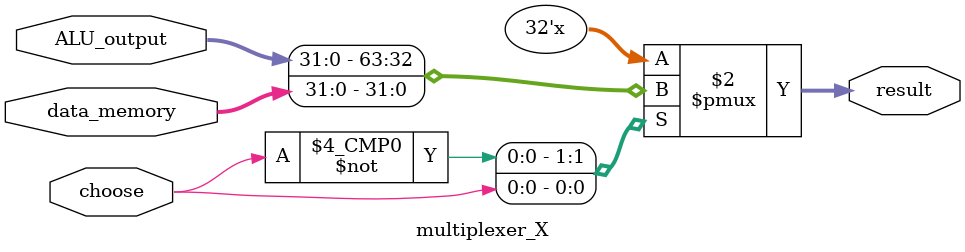
<source format=sv>
module multiplexer_X(
	input [31:0] ALU_output,
	input [31:0] data_memory,
	input choose,
	output reg [31:0] result
);

always_comb begin
	case(choose)
		0: 		result = ALU_output;
		1: 		result = data_memory;
		default: result = 0;
	endcase
end

endmodule
</source>
